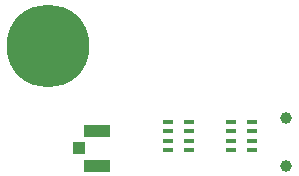
<source format=gbr>
%TF.GenerationSoftware,Altium Limited,Altium Designer,23.5.1 (21)*%
G04 Layer_Color=255*
%FSLAX45Y45*%
%MOMM*%
%TF.SameCoordinates,4F0F0AB4-5C0D-4210-9CCF-4C3744BDD4F0*%
%TF.FilePolarity,Positive*%
%TF.FileFunction,Pads,Top*%
%TF.Part,Single*%
G01*
G75*
%TA.AperFunction,SMDPad,CuDef*%
%ADD10R,2.20000X1.05000*%
%ADD11R,1.05000X1.00000*%
%ADD12R,0.95000X0.45000*%
%TA.AperFunction,ComponentPad*%
%ADD14C,7.00000*%
%ADD15C,1.00000*%
%TA.AperFunction,TestPad*%
%ADD16C,1.00000*%
D10*
X15400000Y3000000D02*
D03*
Y3295000D02*
D03*
D11*
X15247501Y3147500D02*
D03*
D12*
X16532100Y3369600D02*
D03*
Y3289600D02*
D03*
Y3209600D02*
D03*
Y3129600D02*
D03*
X16707100Y3369600D02*
D03*
Y3289600D02*
D03*
Y3209600D02*
D03*
Y3129600D02*
D03*
X15998700Y3369600D02*
D03*
Y3289600D02*
D03*
Y3209600D02*
D03*
Y3129600D02*
D03*
X16173700Y3369600D02*
D03*
Y3289600D02*
D03*
Y3209600D02*
D03*
Y3129600D02*
D03*
D14*
X14985616Y4014385D02*
D03*
D15*
Y3751885D02*
D03*
X14800000Y3828769D02*
D03*
X14723116Y4014385D02*
D03*
X15171231Y3828769D02*
D03*
X15248116Y4014385D02*
D03*
X15171231Y4200000D02*
D03*
X14985616Y4276885D02*
D03*
X14800000Y4200000D02*
D03*
D16*
X17000000Y3400000D02*
D03*
Y3000000D02*
D03*
%TF.MD5,0703971153bf16e6ea975189dda2fdf5*%
M02*

</source>
